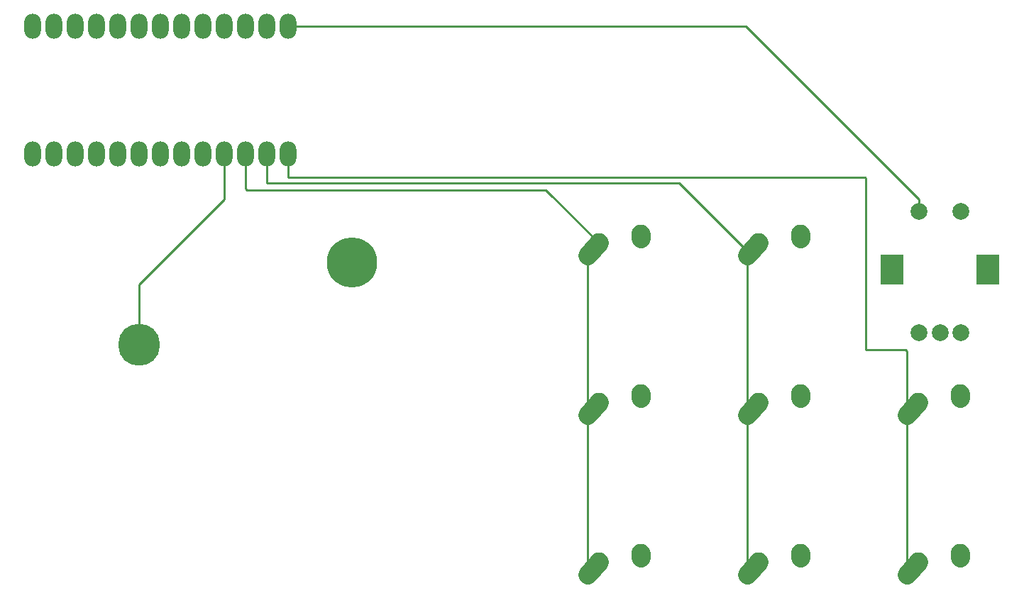
<source format=gbr>
G04 #@! TF.GenerationSoftware,KiCad,Pcbnew,(5.1.4)-1*
G04 #@! TF.CreationDate,2024-05-04T17:29:15-04:00*
G04 #@! TF.ProjectId,micarrizo-pad,6d696361-7272-4697-9a6f-2d7061642e6b,rev?*
G04 #@! TF.SameCoordinates,Original*
G04 #@! TF.FileFunction,Copper,L1,Top*
G04 #@! TF.FilePolarity,Positive*
%FSLAX46Y46*%
G04 Gerber Fmt 4.6, Leading zero omitted, Abs format (unit mm)*
G04 Created by KiCad (PCBNEW (5.1.4)-1) date 2024-05-04 17:29:15*
%MOMM*%
%LPD*%
G04 APERTURE LIST*
%ADD10O,2.000000X3.000000*%
%ADD11C,2.000000*%
%ADD12R,2.800000X3.600000*%
%ADD13C,6.000000*%
%ADD14C,5.000000*%
%ADD15C,2.250000*%
%ADD16C,2.250000*%
%ADD17C,0.250000*%
G04 APERTURE END LIST*
D10*
X62865000Y-51276250D03*
X62865000Y-36036250D03*
X60325000Y-51276250D03*
X60325000Y-36036250D03*
X57785000Y-51276250D03*
X57785000Y-36036250D03*
X55245000Y-51276250D03*
X55245000Y-36036250D03*
X52705000Y-51276250D03*
X52705000Y-36036250D03*
X50165000Y-51276250D03*
X50165000Y-36036250D03*
X47625000Y-51276250D03*
X47625000Y-36036250D03*
X45085000Y-51276250D03*
X45085000Y-36036250D03*
X42545000Y-51276250D03*
X42545000Y-36036250D03*
X40005000Y-51276250D03*
X40005000Y-36036250D03*
X37465000Y-51276250D03*
X37465000Y-36036250D03*
X34925000Y-51276250D03*
X34925000Y-36036250D03*
X32385000Y-51276250D03*
X32385000Y-36036250D03*
D11*
X143137500Y-72587500D03*
X140637500Y-72587500D03*
X138137500Y-72587500D03*
X143137500Y-58087500D03*
X138137500Y-58087500D03*
D12*
X146337500Y-65087500D03*
X134937500Y-65087500D03*
D13*
X70485000Y-64191250D03*
D14*
X45085000Y-74081250D03*
D15*
X137993750Y-99981250D03*
X137338751Y-100711250D03*
D16*
X136683750Y-101441250D02*
X137993752Y-99981250D01*
D15*
X143033750Y-98901250D03*
X143013750Y-99191250D03*
D16*
X142993750Y-99481250D02*
X143033750Y-98901250D01*
D15*
X118943750Y-99981250D03*
X118288751Y-100711250D03*
D16*
X117633750Y-101441250D02*
X118943752Y-99981250D01*
D15*
X123983750Y-98901250D03*
X123963750Y-99191250D03*
D16*
X123943750Y-99481250D02*
X123983750Y-98901250D01*
D15*
X99893750Y-99981250D03*
X99238751Y-100711250D03*
D16*
X98583750Y-101441250D02*
X99893752Y-99981250D01*
D15*
X104933750Y-98901250D03*
X104913750Y-99191250D03*
D16*
X104893750Y-99481250D02*
X104933750Y-98901250D01*
D15*
X137993750Y-80931250D03*
X137338751Y-81661250D03*
D16*
X136683750Y-82391250D02*
X137993752Y-80931250D01*
D15*
X143033750Y-79851250D03*
X143013750Y-80141250D03*
D16*
X142993750Y-80431250D02*
X143033750Y-79851250D01*
D15*
X118943750Y-80931250D03*
X118288751Y-81661250D03*
D16*
X117633750Y-82391250D02*
X118943752Y-80931250D01*
D15*
X123983750Y-79851250D03*
X123963750Y-80141250D03*
D16*
X123943750Y-80431250D02*
X123983750Y-79851250D01*
D15*
X99893750Y-80931250D03*
X99238751Y-81661250D03*
D16*
X98583750Y-82391250D02*
X99893752Y-80931250D01*
D15*
X104933750Y-79851250D03*
X104913750Y-80141250D03*
D16*
X104893750Y-80431250D02*
X104933750Y-79851250D01*
D15*
X118943750Y-61881250D03*
X118288751Y-62611250D03*
D16*
X117633750Y-63341250D02*
X118943752Y-61881250D01*
D15*
X123983750Y-60801250D03*
X123963750Y-61091250D03*
D16*
X123943750Y-61381250D02*
X123983750Y-60801250D01*
D15*
X99893750Y-61881250D03*
X99238751Y-62611250D03*
D16*
X98583750Y-63341250D02*
X99893752Y-61881250D01*
D15*
X104933750Y-60801250D03*
X104913750Y-61091250D03*
D16*
X104893750Y-61381250D02*
X104933750Y-60801250D01*
D17*
X98583750Y-79621250D02*
X98583750Y-82391250D01*
X98583750Y-63341250D02*
X98583750Y-79621250D01*
X98583750Y-82391250D02*
X98583750Y-101441250D01*
X93575000Y-55562500D02*
X99893750Y-61881250D01*
X57943750Y-55562500D02*
X93575000Y-55562500D01*
X57785000Y-51276250D02*
X57785000Y-55403750D01*
X57785000Y-55403750D02*
X57943750Y-55562500D01*
X117633750Y-82391250D02*
X117633750Y-101441250D01*
X117633750Y-66040000D02*
X117633750Y-63341250D01*
X117633750Y-82391250D02*
X117633750Y-66040000D01*
X117633750Y-63341250D02*
X117633750Y-62865000D01*
X117633750Y-62865000D02*
X109537500Y-54768750D01*
X109537500Y-54768750D02*
X60325000Y-54768750D01*
X60325000Y-54768750D02*
X60325000Y-51276250D01*
X136683750Y-82391250D02*
X136683750Y-101441250D01*
X136683750Y-82391250D02*
X136683750Y-74771250D01*
X136683750Y-74771250D02*
X136525000Y-74612500D01*
X136525000Y-74612500D02*
X131762500Y-74612500D01*
X62865000Y-51276250D02*
X62865000Y-54102000D01*
X131699000Y-54102000D02*
X131762500Y-54165500D01*
X62865000Y-54102000D02*
X131699000Y-54102000D01*
X131762500Y-74612500D02*
X131762500Y-54165500D01*
X45085000Y-74081250D02*
X45085000Y-66833750D01*
X55245000Y-56673750D02*
X55245000Y-51276250D01*
X45085000Y-66833750D02*
X55245000Y-56673750D01*
X64115000Y-36036250D02*
X62865000Y-36036250D01*
X117500463Y-36036250D02*
X64115000Y-36036250D01*
X138137500Y-56673287D02*
X117500463Y-36036250D01*
X138137500Y-58087500D02*
X138137500Y-56673287D01*
M02*

</source>
